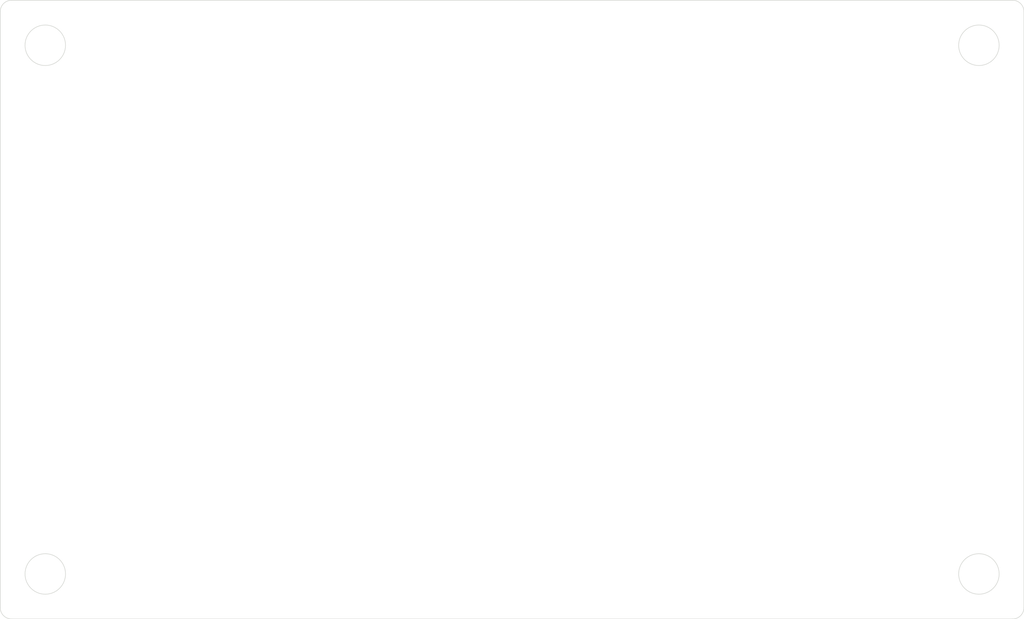
<source format=kicad_pcb>
(kicad_pcb (version 20171130) (host pcbnew "(5.1.6)-1")

  (general
    (thickness 1.6)
    (drawings 12)
    (tracks 0)
    (zones 0)
    (modules 0)
    (nets 1)
  )

  (page A4)
  (layers
    (0 F.Cu signal)
    (31 B.Cu signal)
    (32 B.Adhes user)
    (33 F.Adhes user)
    (34 B.Paste user)
    (35 F.Paste user)
    (36 B.SilkS user)
    (37 F.SilkS user)
    (38 B.Mask user)
    (39 F.Mask user)
    (40 Dwgs.User user)
    (41 Cmts.User user)
    (42 Eco1.User user)
    (43 Eco2.User user)
    (44 Edge.Cuts user)
    (45 Margin user)
    (46 B.CrtYd user)
    (47 F.CrtYd user)
    (48 B.Fab user)
    (49 F.Fab user)
  )

  (setup
    (last_trace_width 0.25)
    (trace_clearance 0.2)
    (zone_clearance 0.508)
    (zone_45_only no)
    (trace_min 0.2)
    (via_size 0.8)
    (via_drill 0.4)
    (via_min_size 0.4)
    (via_min_drill 0.3)
    (uvia_size 0.3)
    (uvia_drill 0.1)
    (uvias_allowed no)
    (uvia_min_size 0.2)
    (uvia_min_drill 0.1)
    (edge_width 0.05)
    (segment_width 0.2)
    (pcb_text_width 0.3)
    (pcb_text_size 1.5 1.5)
    (mod_edge_width 0.12)
    (mod_text_size 1 1)
    (mod_text_width 0.15)
    (pad_size 1.524 1.524)
    (pad_drill 0.762)
    (pad_to_mask_clearance 0.05)
    (aux_axis_origin 0 0)
    (visible_elements 7FFFFFFF)
    (pcbplotparams
      (layerselection 0x01000_7ffffffe)
      (usegerberextensions false)
      (usegerberattributes true)
      (usegerberadvancedattributes true)
      (creategerberjobfile true)
      (excludeedgelayer true)
      (linewidth 0.100000)
      (plotframeref false)
      (viasonmask false)
      (mode 1)
      (useauxorigin false)
      (hpglpennumber 1)
      (hpglpenspeed 20)
      (hpglpendiameter 15.000000)
      (psnegative false)
      (psa4output false)
      (plotreference true)
      (plotvalue true)
      (plotinvisibletext false)
      (padsonsilk false)
      (subtractmaskfromsilk false)
      (outputformat 3)
      (mirror false)
      (drillshape 0)
      (scaleselection 1)
      (outputdirectory "dxf/"))
  )

  (net 0 "")

  (net_class Default "This is the default net class."
    (clearance 0.2)
    (trace_width 0.25)
    (via_dia 0.8)
    (via_drill 0.4)
    (uvia_dia 0.3)
    (uvia_drill 0.1)
  )

  (gr_line (start 90 0) (end 1 0) (layer Edge.Cuts) (width 0.05) (tstamp 60AD7B44))
  (gr_line (start 91 54) (end 91 1) (layer Edge.Cuts) (width 0.05) (tstamp 60AD7B43))
  (gr_line (start 1 55) (end 90 55) (layer Edge.Cuts) (width 0.05) (tstamp 60AD7B42))
  (gr_line (start 0 1) (end 0 54) (layer Edge.Cuts) (width 0.05) (tstamp 60AD7B41))
  (gr_arc (start 90 1) (end 91 1) (angle -90) (layer Edge.Cuts) (width 0.05))
  (gr_arc (start 90 54) (end 90 55) (angle -90) (layer Edge.Cuts) (width 0.05))
  (gr_arc (start 1 54) (end 0 54) (angle -90) (layer Edge.Cuts) (width 0.05))
  (gr_arc (start 1 1) (end 1 0) (angle -90) (layer Edge.Cuts) (width 0.05))
  (gr_circle (center 4 51) (end 5.8 51) (layer Edge.Cuts) (width 0.05) (tstamp 60AD7B3F))
  (gr_circle (center 87 51) (end 88.8 51) (layer Edge.Cuts) (width 0.05) (tstamp 60AD7B3D))
  (gr_circle (center 87 4) (end 88.8 4) (layer Edge.Cuts) (width 0.05) (tstamp 60AD7B37))
  (gr_circle (center 4 4) (end 5.8 4) (layer Edge.Cuts) (width 0.05))

)

</source>
